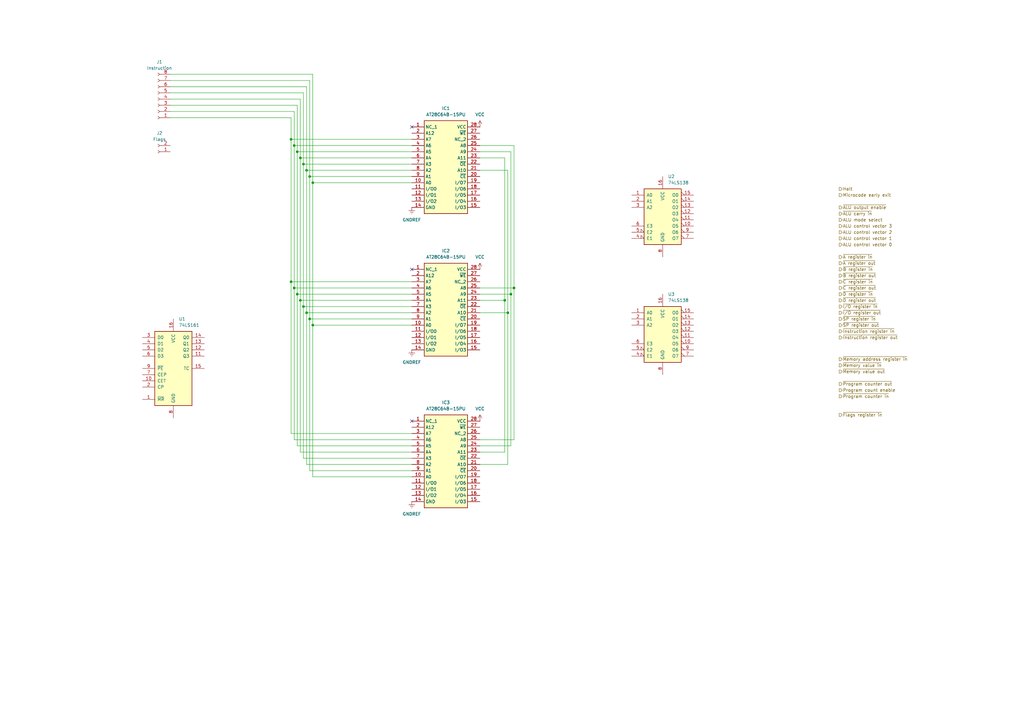
<source format=kicad_sch>
(kicad_sch (version 20231120) (generator "eeschema") (generator_version "8.0")
  (paper "A3")
  (lib_symbols
    (symbol "74xx:74LS138" (pin_names (offset 1.016))
      (property "Reference" "U" (at -7.62 11.43 0))
      (property "Value" "74LS138" (at -7.62 -13.97 0))
      (symbol "74LS138_1_0"
        (pin input line (at -12.7 7.62 0) (length 5.08) (name "A0") (number "1"))
        (pin output output_low (at 12.7 -5.08 180) (length 5.08) (name "O5") (number "10"))
        (pin output output_low (at 12.7 -2.54 180) (length 5.08) (name "O4") (number "11"))
        (pin output output_low (at 12.7 0 180) (length 5.08) (name "O3") (number "12"))
        (pin output output_low (at 12.7 2.54 180) (length 5.08) (name "O2") (number "13"))
        (pin output output_low (at 12.7 5.08 180) (length 5.08) (name "O1") (number "14"))
        (pin output output_low (at 12.7 7.62 180) (length 5.08) (name "O0") (number "15"))
        (pin power_in line (at 0 15.24 270) (length 5.08) (name "VCC") (number "16"))
        (pin input line (at -12.7 5.08 0) (length 5.08) (name "A1") (number "2"))
        (pin input line (at -12.7 2.54 0) (length 5.08) (name "A2") (number "3"))
        (pin input input_low (at -12.7 -10.16 0) (length 5.08) (name "E1") (number "4"))
        (pin input input_low (at -12.7 -7.62 0) (length 5.08) (name "E2") (number "5"))
        (pin input line (at -12.7 -5.08 0) (length 5.08) (name "E3") (number "6"))
        (pin output output_low (at 12.7 -10.16 180) (length 5.08) (name "O7") (number "7"))
        (pin power_in line (at 0 -17.78 90) (length 5.08) (name "GND") (number "8"))
        (pin output output_low (at 12.7 -7.62 180) (length 5.08) (name "O6") (number "9"))
      )
      (symbol "74LS138_1_1"
        (rectangle (start -7.62 10.16) (end 7.62 -12.7) (stroke (width 0.254)) (fill (type background)))
      )
    )
    (symbol "74xx:74LS161" (pin_names (offset 1.016))
      (property "Reference" "U" (at -7.62 16.51 0))
      (property "Value" "74LS161" (at -7.62 -16.51 0))
      (symbol "74LS161_1_0"
        (pin input line (at -12.7 -12.7 0) (length 5.08) (name "~{MR}") (number "1"))
        (pin input line (at -12.7 -5.08 0) (length 5.08) (name "CET") (number "10"))
        (pin output line (at 12.7 5.08 180) (length 5.08) (name "Q3") (number "11"))
        (pin output line (at 12.7 7.62 180) (length 5.08) (name "Q2") (number "12"))
        (pin output line (at 12.7 10.16 180) (length 5.08) (name "Q1") (number "13"))
        (pin output line (at 12.7 12.7 180) (length 5.08) (name "Q0") (number "14"))
        (pin output line (at 12.7 0 180) (length 5.08) (name "TC") (number "15"))
        (pin power_in line (at 0 20.32 270) (length 5.08) (name "VCC") (number "16"))
        (pin input line (at -12.7 -7.62 0) (length 5.08) (name "CP") (number "2"))
        (pin input line (at -12.7 12.7 0) (length 5.08) (name "D0") (number "3"))
        (pin input line (at -12.7 10.16 0) (length 5.08) (name "D1") (number "4"))
        (pin input line (at -12.7 7.62 0) (length 5.08) (name "D2") (number "5"))
        (pin input line (at -12.7 5.08 0) (length 5.08) (name "D3") (number "6"))
        (pin input line (at -12.7 -2.54 0) (length 5.08) (name "CEP") (number "7"))
        (pin power_in line (at 0 -20.32 90) (length 5.08) (name "GND") (number "8"))
        (pin input line (at -12.7 0 0) (length 5.08) (name "~{PE}") (number "9"))
      )
      (symbol "74LS161_1_1"
        (rectangle (start -7.62 15.24) (end 7.62 -15.24) (stroke (width 0.254)) (fill (type background)))
      )
    )
    (symbol "AT28C64B-15PU:AT28C64B-15PU"
      (property "Reference" "IC" (at 24.13 7.62 0))
      (property "Value" "AT28C64B-15PU" (at 24.13 5.08 0))
      (symbol "AT28C64B-15PU_1_1"
        (rectangle (start 5.08 2.54) (end 22.86 -35.56) (stroke (width 0.254)) (fill (type background)))
        (pin passive line (at 0 0 0) (length 5.08) (name "NC_1") (number "1"))
        (pin passive line (at 0 -22.86 0) (length 5.08) (name "A0") (number "10"))
        (pin passive line (at 0 -25.4 0) (length 5.08) (name "I/O0") (number "11"))
        (pin passive line (at 0 -27.94 0) (length 5.08) (name "I/O1") (number "12"))
        (pin passive line (at 0 -30.48 0) (length 5.08) (name "I/O2") (number "13"))
        (pin passive line (at 0 -33.02 0) (length 5.08) (name "GND") (number "14"))
        (pin passive line (at 27.94 -33.02 180) (length 5.08) (name "I/O3") (number "15"))
        (pin passive line (at 27.94 -30.48 180) (length 5.08) (name "I/O4") (number "16"))
        (pin passive line (at 27.94 -27.94 180) (length 5.08) (name "I/O5") (number "17"))
        (pin passive line (at 27.94 -25.4 180) (length 5.08) (name "I/O6") (number "18"))
        (pin passive line (at 27.94 -22.86 180) (length 5.08) (name "I/O7") (number "19"))
        (pin passive line (at 0 -2.54 0) (length 5.08) (name "A12") (number "2"))
        (pin passive line (at 27.94 -20.32 180) (length 5.08) (name "~{CE}") (number "20"))
        (pin passive line (at 27.94 -17.78 180) (length 5.08) (name "A10") (number "21"))
        (pin passive line (at 27.94 -15.24 180) (length 5.08) (name "~{OE}") (number "22"))
        (pin passive line (at 27.94 -12.7 180) (length 5.08) (name "A11") (number "23"))
        (pin passive line (at 27.94 -10.16 180) (length 5.08) (name "A9") (number "24"))
        (pin passive line (at 27.94 -7.62 180) (length 5.08) (name "A8") (number "25"))
        (pin passive line (at 27.94 -5.08 180) (length 5.08) (name "NC_2") (number "26"))
        (pin passive line (at 27.94 -2.54 180) (length 5.08) (name "~{WE}") (number "27"))
        (pin passive line (at 27.94 0 180) (length 5.08) (name "VCC") (number "28"))
        (pin passive line (at 0 -5.08 0) (length 5.08) (name "A7") (number "3"))
        (pin passive line (at 0 -7.62 0) (length 5.08) (name "A6") (number "4"))
        (pin passive line (at 0 -10.16 0) (length 5.08) (name "A5") (number "5"))
        (pin passive line (at 0 -12.7 0) (length 5.08) (name "A4") (number "6"))
        (pin passive line (at 0 -15.24 0) (length 5.08) (name "A3") (number "7"))
        (pin passive line (at 0 -17.78 0) (length 5.08) (name "A2") (number "8"))
        (pin passive line (at 0 -20.32 0) (length 5.08) (name "A1") (number "9"))
      )
    )
    (symbol "Connector:Conn_01x02_Socket" (pin_names (offset 1.016) hide)
      (property "Reference" "J" (at 0 2.54 0))
      (property "Value" "Conn_01x02_Socket" (at 0 -5.08 0))
      (symbol "Conn_01x02_Socket_1_1"
        (arc (start 0 -2.032) (mid -0.5058 -2.54) (end 0 -3.048) (stroke (width 0.1524)))
        (polyline (pts (xy -1.27 -2.54) (xy -0.508 -2.54)) (stroke (width 0.1524)))
        (polyline (pts (xy -1.27 0) (xy -0.508 0)) (stroke (width 0.1524)))
        (arc (start 0 0.508) (mid -0.5058 0) (end 0 -0.508) (stroke (width 0.1524)))
        (pin passive line (at -5.08 0 0) (length 3.81) (name "Pin_1") (number "1"))
        (pin passive line (at -5.08 -2.54 0) (length 3.81) (name "Pin_2") (number "2"))
      )
    )
    (symbol "Connector:Conn_01x08_Socket" (pin_names (offset 1.016) hide)
      (property "Reference" "J" (at 0 10.16 0))
      (property "Value" "Conn_01x08_Socket" (at 0 -12.7 0))
      (symbol "Conn_01x08_Socket_1_1"
        (arc (start 0 -9.652) (mid -0.5058 -10.16) (end 0 -10.668) (stroke (width 0.1524)))
        (arc (start 0 -7.112) (mid -0.5058 -7.62) (end 0 -8.128) (stroke (width 0.1524)))
        (arc (start 0 -4.572) (mid -0.5058 -5.08) (end 0 -5.588) (stroke (width 0.1524)))
        (arc (start 0 -2.032) (mid -0.5058 -2.54) (end 0 -3.048) (stroke (width 0.1524)))
        (polyline (pts (xy -1.27 -10.16) (xy -0.508 -10.16)) (stroke (width 0.1524)))
        (polyline (pts (xy -1.27 -7.62) (xy -0.508 -7.62)) (stroke (width 0.1524)))
        (polyline (pts (xy -1.27 -5.08) (xy -0.508 -5.08)) (stroke (width 0.1524)))
        (polyline (pts (xy -1.27 -2.54) (xy -0.508 -2.54)) (stroke (width 0.1524)))
        (polyline (pts (xy -1.27 0) (xy -0.508 0)) (stroke (width 0.1524)))
        (polyline (pts (xy -1.27 2.54) (xy -0.508 2.54)) (stroke (width 0.1524)))
        (polyline (pts (xy -1.27 5.08) (xy -0.508 5.08)) (stroke (width 0.1524)))
        (polyline (pts (xy -1.27 7.62) (xy -0.508 7.62)) (stroke (width 0.1524)))
        (arc (start 0 0.508) (mid -0.5058 0) (end 0 -0.508) (stroke (width 0.1524)))
        (arc (start 0 3.048) (mid -0.5058 2.54) (end 0 2.032) (stroke (width 0.1524)))
        (arc (start 0 5.588) (mid -0.5058 5.08) (end 0 4.572) (stroke (width 0.1524)))
        (arc (start 0 8.128) (mid -0.5058 7.62) (end 0 7.112) (stroke (width 0.1524)))
        (pin passive line (at -5.08 7.62 0) (length 3.81) (name "Pin_1") (number "1"))
        (pin passive line (at -5.08 5.08 0) (length 3.81) (name "Pin_2") (number "2"))
        (pin passive line (at -5.08 2.54 0) (length 3.81) (name "Pin_3") (number "3"))
        (pin passive line (at -5.08 0 0) (length 3.81) (name "Pin_4") (number "4"))
        (pin passive line (at -5.08 -2.54 0) (length 3.81) (name "Pin_5") (number "5"))
        (pin passive line (at -5.08 -5.08 0) (length 3.81) (name "Pin_6") (number "6"))
        (pin passive line (at -5.08 -7.62 0) (length 3.81) (name "Pin_7") (number "7"))
        (pin passive line (at -5.08 -10.16 0) (length 3.81) (name "Pin_8") (number "8"))
      )
    )
    (symbol "power:GNDREF" (power) (pin_numbers hide) (pin_names (offset 0) hide)
      (property "Value" "GNDREF" (at 0 -3.81 0))
      (symbol "GNDREF_0_1"
        (polyline (pts (xy -0.635 -1.905) (xy 0.635 -1.905)))
        (polyline (pts (xy -0.127 -2.54) (xy 0.127 -2.54)))
        (polyline (pts (xy 0 -1.27) (xy 0 0)))
        (polyline (pts (xy 1.27 -1.27) (xy -1.27 -1.27)))
      )
      (symbol "GNDREF_1_1"
        (pin power_in line (at 0 0 270) (length 0) (name "~") (number "1"))
      )
    )
    (symbol "power:VCC" (power) (pin_numbers hide) (pin_names (offset 0) hide)
      (property "Value" "VCC" (at 0 3.556 0))
      (symbol "VCC_0_1"
        (polyline (pts (xy -0.762 1.27) (xy 0 2.54)))
        (polyline (pts (xy 0 0) (xy 0 2.54)))
        (polyline (pts (xy 0 2.54) (xy 0.762 1.27)))
      )
      (symbol "VCC_1_1"
        (pin power_in line (at 0 0 90) (length 0) (name "~") (number "1"))
      )
    )
  )
  (junction (at 121.92 62.23))
  (junction (at 127 72.39))
  (junction (at 123.19 64.77))
  (junction (at 120.65 59.69))
  (junction (at 124.46 67.31))
  (junction (at 121.92 120.65))
  (junction (at 209.55 120.65))
  (junction (at 120.65 118.11))
  (junction (at 123.19 123.19))
  (junction (at 124.46 125.73))
  (junction (at 119.38 57.15))
  (junction (at 125.73 69.85))
  (junction (at 128.27 74.93))
  (junction (at 207.01 123.19))
  (junction (at 210.82 118.11))
  (junction (at 125.73 128.27))
  (junction (at 127 130.81))
  (junction (at 208.28 128.27))
  (junction (at 119.38 115.57))
  (junction (at 128.27 133.35))
  (no_connect (at 168.91 110.49))
  (no_connect (at 168.91 52.07))
  (no_connect (at 168.91 172.72))
  (wire (pts (xy 168.91 190.5) (xy 125.73 190.5)))
  (wire (pts (xy 125.73 190.5) (xy 125.73 128.27)))
  (wire (pts (xy 196.85 120.65) (xy 209.55 120.65)))
  (wire (pts (xy 196.85 123.19) (xy 207.01 123.19)))
  (wire (pts (xy 196.85 180.34) (xy 210.82 180.34)))
  (wire (pts (xy 207.01 123.19) (xy 207.01 64.77)))
  (wire (pts (xy 127 33.02) (xy 127 72.39)))
  (wire (pts (xy 168.91 123.19) (xy 123.19 123.19)))
  (wire (pts (xy 168.91 133.35) (xy 128.27 133.35)))
  (wire (pts (xy 210.82 118.11) (xy 210.82 180.34)))
  (wire (pts (xy 128.27 74.93) (xy 128.27 133.35)))
  (wire (pts (xy 119.38 177.8) (xy 168.91 177.8)))
  (wire (pts (xy 123.19 64.77) (xy 168.91 64.77)))
  (wire (pts (xy 128.27 30.48) (xy 69.85 30.48)))
  (wire (pts (xy 123.19 123.19) (xy 123.19 185.42)))
  (wire (pts (xy 208.28 69.85) (xy 208.28 128.27)))
  (wire (pts (xy 168.91 185.42) (xy 123.19 185.42)))
  (wire (pts (xy 69.85 33.02) (xy 127 33.02)))
  (wire (pts (xy 196.85 118.11) (xy 210.82 118.11)))
  (wire (pts (xy 69.85 48.26) (xy 119.38 48.26)))
  (wire (pts (xy 125.73 35.56) (xy 69.85 35.56)))
  (wire (pts (xy 124.46 125.73) (xy 124.46 187.96)))
  (wire (pts (xy 127 130.81) (xy 168.91 130.81)))
  (wire (pts (xy 208.28 190.5) (xy 196.85 190.5)))
  (wire (pts (xy 125.73 69.85) (xy 125.73 35.56)))
  (wire (pts (xy 120.65 45.72) (xy 69.85 45.72)))
  (wire (pts (xy 208.28 128.27) (xy 196.85 128.27)))
  (wire (pts (xy 124.46 38.1) (xy 124.46 67.31)))
  (wire (pts (xy 120.65 59.69) (xy 168.91 59.69)))
  (wire (pts (xy 125.73 69.85) (xy 168.91 69.85)))
  (wire (pts (xy 208.28 128.27) (xy 208.28 190.5)))
  (wire (pts (xy 209.55 62.23) (xy 196.85 62.23)))
  (wire (pts (xy 120.65 45.72) (xy 120.65 59.69)))
  (wire (pts (xy 168.91 74.93) (xy 128.27 74.93)))
  (wire (pts (xy 168.91 115.57) (xy 119.38 115.57)))
  (wire (pts (xy 127 130.81) (xy 127 193.04)))
  (wire (pts (xy 123.19 40.64) (xy 123.19 64.77)))
  (wire (pts (xy 124.46 125.73) (xy 168.91 125.73)))
  (wire (pts (xy 69.85 38.1) (xy 124.46 38.1)))
  (wire (pts (xy 127 193.04) (xy 168.91 193.04)))
  (wire (pts (xy 168.91 180.34) (xy 120.65 180.34)))
  (wire (pts (xy 121.92 182.88) (xy 168.91 182.88)))
  (wire (pts (xy 121.92 120.65) (xy 121.92 182.88)))
  (wire (pts (xy 209.55 120.65) (xy 209.55 62.23)))
  (wire (pts (xy 124.46 67.31) (xy 168.91 67.31)))
  (wire (pts (xy 124.46 67.31) (xy 124.46 125.73)))
  (wire (pts (xy 119.38 57.15) (xy 168.91 57.15)))
  (wire (pts (xy 210.82 59.69) (xy 210.82 118.11)))
  (wire (pts (xy 209.55 182.88) (xy 196.85 182.88)))
  (wire (pts (xy 120.65 118.11) (xy 120.65 180.34)))
  (wire (pts (xy 209.55 120.65) (xy 209.55 182.88)))
  (wire (pts (xy 196.85 69.85) (xy 208.28 69.85)))
  (wire (pts (xy 119.38 115.57) (xy 119.38 177.8)))
  (wire (pts (xy 124.46 187.96) (xy 168.91 187.96)))
  (wire (pts (xy 119.38 57.15) (xy 119.38 115.57)))
  (wire (pts (xy 123.19 64.77) (xy 123.19 123.19)))
  (wire (pts (xy 69.85 43.18) (xy 121.92 43.18)))
  (wire (pts (xy 168.91 120.65) (xy 121.92 120.65)))
  (wire (pts (xy 168.91 195.58) (xy 128.27 195.58)))
  (wire (pts (xy 125.73 128.27) (xy 168.91 128.27)))
  (wire (pts (xy 196.85 185.42) (xy 207.01 185.42)))
  (wire (pts (xy 127 72.39) (xy 168.91 72.39)))
  (wire (pts (xy 127 72.39) (xy 127 130.81)))
  (wire (pts (xy 125.73 128.27) (xy 125.73 69.85)))
  (wire (pts (xy 121.92 62.23) (xy 168.91 62.23)))
  (wire (pts (xy 128.27 30.48) (xy 128.27 74.93)))
  (wire (pts (xy 210.82 59.69) (xy 196.85 59.69)))
  (wire (pts (xy 123.19 40.64) (xy 69.85 40.64)))
  (wire (pts (xy 207.01 185.42) (xy 207.01 123.19)))
  (wire (pts (xy 120.65 59.69) (xy 120.65 118.11)))
  (wire (pts (xy 207.01 64.77) (xy 196.85 64.77)))
  (wire (pts (xy 119.38 48.26) (xy 119.38 57.15)))
  (wire (pts (xy 121.92 43.18) (xy 121.92 62.23)))
  (wire (pts (xy 128.27 133.35) (xy 128.27 195.58)))
  (wire (pts (xy 168.91 118.11) (xy 120.65 118.11)))
  (wire (pts (xy 121.92 62.23) (xy 121.92 120.65)))
  (hierarchical_label "~{A register in}" (shape output) (at 344.17 105.41 0))
  (hierarchical_label "~{Program counter out}" (shape output) (at 344.17 157.48 0))
  (hierarchical_label "~{ALU output enable}" (shape output) (at 344.17 85.09 0))
  (hierarchical_label "Microcode early exit" (shape output) (at 344.17 80.01 0))
  (hierarchical_label "~{A register out}" (shape output) (at 344.17 107.95 0))
  (hierarchical_label "ALU control vector 3" (shape output) (at 344.17 92.71 0))
  (hierarchical_label "~{Flags register in}" (shape output) (at 344.17 170.18 0))
  (hierarchical_label "~{Memory value in}" (shape output) (at 344.17 149.86 0))
  (hierarchical_label "~{Program counter in}" (shape output) (at 344.17 162.56 0))
  (hierarchical_label "ALU mode select" (shape output) (at 344.17 90.17 0))
  (hierarchical_label "Program count enable" (shape output) (at 344.17 160.02 0))
  (hierarchical_label "ALU control vector 0" (shape output) (at 344.17 100.33 0))
  (hierarchical_label "~{D register out}" (shape output) (at 344.17 123.19 0))
  (hierarchical_label "~{Instruction register in}" (shape output) (at 344.17 135.89 0))
  (hierarchical_label "~{C register out}" (shape output) (at 344.17 118.11 0))
  (hierarchical_label "~{D register in}" (shape output) (at 344.17 120.65 0))
  (hierarchical_label "~{C register in}" (shape output) (at 344.17 115.57 0))
  (hierarchical_label "ALU control vector 1" (shape output) (at 344.17 97.79 0))
  (hierarchical_label "~{I{slash}O register in}" (shape output) (at 344.17 125.73 0))
  (hierarchical_label "~{B register out}" (shape output) (at 344.17 113.03 0))
  (hierarchical_label "~{SP register in}" (shape output) (at 344.17 130.81 0))
  (hierarchical_label "~{SP register out}" (shape output) (at 344.17 133.35 0))
  (hierarchical_label "~{B register in}" (shape output) (at 344.17 110.49 0))
  (hierarchical_label "Halt" (shape output) (at 344.17 77.47 0))
  (hierarchical_label "~{I{slash}O register out}" (shape output) (at 344.17 128.27 0))
  (hierarchical_label "~{Memory address register in}" (shape output) (at 344.17 147.32 0))
  (hierarchical_label "~{Instruction register out}" (shape output) (at 344.17 138.43 0))
  (hierarchical_label "~{ALU carry in}" (shape output) (at 344.17 87.63 0))
  (hierarchical_label "~{Memory value out}" (shape output) (at 344.17 152.4 0))
  (hierarchical_label "ALU control vector 2" (shape output) (at 344.17 95.25 0))
  (symbol (lib_id "AT28C64B-15PU:AT28C64B-15PU") (at 168.91 110.49 0) (unit 1)
    (property "Reference" "IC2" (at 182.88 102.87 0))
    (property "Value" "AT28C64B-15PU" (at 182.88 105.41 0))
    (property "Footprint" "DIP1556W56P254L3702H483Q28N" (effects (hide yes)))
    (property "Datasheet" "http://www.atmel.com/images/doc0270.pdf" (effects (hide yes)))
    (property "Description" "AT28C64B-15PU, Parallel EEPROM Memory 64kbit, Parallel, 150ns 4.5  5.5 V, 28-Pin PDIP" (effects (hide yes)))
    (property "Height" "4.826" (effects (hide yes)))
    (property "Mouser Part Number" "556-AT28C64B15PU" (effects (hide yes)))
    (property "Mouser Price/Stock" "https://www.mouser.co.uk/ProductDetail/Microchip-Technology/AT28C64B-15PU?qs=2VKgqYuc3OvipbcAuBcLow%3D%3D" (effects (hide yes)))
    (property "Manufacturer_Name" "Microchip" (effects (hide yes)))
    (property "Manufacturer_Part_Number" "AT28C64B-15PU" (effects (hide yes)))
  )
  (symbol (lib_id "74xx:74LS138") (at 271.78 87.63 0) (unit 1)
    (property "Reference" "U2" (at 273.9741 72.39 0) (effects (justify left)))
    (property "Value" "74LS138" (at 273.9741 74.93 0) (effects (justify left)))
    (property "Footprint" "Package_DIP:DIP-16_W7.62mm_Socket_LongPads" (effects (hide yes)))
    (property "Datasheet" "http://www.ti.com/lit/gpn/sn74LS138" (effects (hide yes)))
    (property "Description" "Decoder 3 to 8 active low outputs" (effects (hide yes)))
  )
  (symbol (lib_id "Connector:Conn_01x08_Socket") (at 64.77 40.64 180) (unit 1)
    (property "Reference" "J1" (at 65.405 25.4 0))
    (property "Value" "Instruction" (at 65.405 27.94 0))
    (property "Footprint" "Connector_Molex:Molex_PicoBlade_53048-0810_1x08_P1.25mm_Horizontal" (effects (hide yes)))
    (property "Description" "Generic connector, single row, 01x08, script generated" (effects (hide yes)))
  )
  (symbol (lib_id "power:GNDREF") (at 168.91 143.51 0) (unit 1)
    (property "Reference" "#PWR01" (effects (hide yes)))
    (property "Value" "GNDREF" (at 168.91 148.59 0))
    (property "Description" "Power symbol creates a global label with name \"GNDREF\" , reference supply ground" (effects (hide yes)))
  )
  (symbol (lib_id "AT28C64B-15PU:AT28C64B-15PU") (at 168.91 172.72 0) (unit 1)
    (property "Reference" "IC3" (at 182.88 165.1 0))
    (property "Value" "AT28C64B-15PU" (at 182.88 167.64 0))
    (property "Footprint" "DIP1556W56P254L3702H483Q28N" (effects (hide yes)))
    (property "Datasheet" "http://www.atmel.com/images/doc0270.pdf" (effects (hide yes)))
    (property "Description" "AT28C64B-15PU, Parallel EEPROM Memory 64kbit, Parallel, 150ns 4.5  5.5 V, 28-Pin PDIP" (effects (hide yes)))
    (property "Height" "4.826" (effects (hide yes)))
    (property "Mouser Part Number" "556-AT28C64B15PU" (effects (hide yes)))
    (property "Mouser Price/Stock" "https://www.mouser.co.uk/ProductDetail/Microchip-Technology/AT28C64B-15PU?qs=2VKgqYuc3OvipbcAuBcLow%3D%3D" (effects (hide yes)))
    (property "Manufacturer_Name" "Microchip" (effects (hide yes)))
    (property "Manufacturer_Part_Number" "AT28C64B-15PU" (effects (hide yes)))
  )
  (symbol (lib_id "power:VCC") (at 196.85 52.07 0) (unit 1)
    (property "Reference" "#PWR05" (effects (hide yes)))
    (property "Value" "VCC" (at 196.85 46.99 0))
    (property "Description" "Power symbol creates a global label with name \"VCC\"" (effects (hide yes)))
  )
  (symbol (lib_id "74xx:74LS138") (at 271.78 135.89 0) (unit 1)
    (property "Reference" "U3" (at 273.9741 120.65 0) (effects (justify left)))
    (property "Value" "74LS138" (at 273.9741 123.19 0) (effects (justify left)))
    (property "Footprint" "Package_DIP:DIP-16_W7.62mm_Socket_LongPads" (effects (hide yes)))
    (property "Datasheet" "http://www.ti.com/lit/gpn/sn74LS138" (effects (hide yes)))
    (property "Description" "Decoder 3 to 8 active low outputs" (effects (hide yes)))
  )
  (symbol (lib_id "Connector:Conn_01x02_Socket") (at 64.77 62.23 180) (unit 1)
    (property "Reference" "J2" (at 65.405 54.61 0))
    (property "Value" "Flags" (at 65.405 57.15 0))
    (property "Footprint" "Connector_Molex:Molex_PicoBlade_53048-0210_1x02_P1.25mm_Horizontal" (effects (hide yes)))
    (property "Description" "Generic connector, single row, 01x02, script generated" (effects (hide yes)))
  )
  (symbol (lib_id "74xx:74LS161") (at 71.12 151.13 0) (unit 1)
    (property "Reference" "U1" (at 73.3141 130.81 0) (effects (justify left)))
    (property "Value" "74LS161" (at 73.3141 133.35 0) (effects (justify left)))
    (property "Footprint" "Package_DIP:DIP-16_W7.62mm_Socket_LongPads" (effects (hide yes)))
    (property "Datasheet" "http://www.ti.com/lit/gpn/sn74LS161" (effects (hide yes)))
    (property "Description" "Synchronous 4-bit programmable binary Counter" (effects (hide yes)))
  )
  (symbol (lib_id "power:GNDREF") (at 168.91 205.74 0) (unit 1)
    (property "Reference" "#PWR03" (effects (hide yes)))
    (property "Value" "GNDREF" (at 168.91 210.82 0))
    (property "Description" "Power symbol creates a global label with name \"GNDREF\" , reference supply ground" (effects (hide yes)))
  )
  (symbol (lib_id "power:GNDREF") (at 168.91 85.09 0) (unit 1)
    (property "Reference" "#PWR02" (effects (hide yes)))
    (property "Value" "GNDREF" (at 168.91 90.17 0))
    (property "Description" "Power symbol creates a global label with name \"GNDREF\" , reference supply ground" (effects (hide yes)))
  )
  (symbol (lib_id "AT28C64B-15PU:AT28C64B-15PU") (at 168.91 52.07 0) (unit 1)
    (property "Reference" "IC1" (at 182.88 44.45 0))
    (property "Value" "AT28C64B-15PU" (at 182.88 46.99 0))
    (property "Footprint" "DIP1556W56P254L3702H483Q28N" (effects (hide yes)))
    (property "Datasheet" "http://www.atmel.com/images/doc0270.pdf" (effects (hide yes)))
    (property "Description" "AT28C64B-15PU, Parallel EEPROM Memory 64kbit, Parallel, 150ns 4.5  5.5 V, 28-Pin PDIP" (effects (hide yes)))
    (property "Height" "4.826" (effects (hide yes)))
    (property "Mouser Part Number" "556-AT28C64B15PU" (effects (hide yes)))
    (property "Mouser Price/Stock" "https://www.mouser.co.uk/ProductDetail/Microchip-Technology/AT28C64B-15PU?qs=2VKgqYuc3OvipbcAuBcLow%3D%3D" (effects (hide yes)))
    (property "Manufacturer_Name" "Microchip" (effects (hide yes)))
    (property "Manufacturer_Part_Number" "AT28C64B-15PU" (effects (hide yes)))
  )
  (symbol (lib_id "power:VCC") (at 196.85 172.72 0) (unit 1)
    (property "Reference" "#PWR06" (effects (hide yes)))
    (property "Value" "VCC" (at 196.85 167.64 0))
    (property "Description" "Power symbol creates a global label with name \"VCC\"" (effects (hide yes)))
  )
  (symbol (lib_id "power:VCC") (at 196.85 110.49 0) (unit 1)
    (property "Reference" "#PWR04" (effects (hide yes)))
    (property "Value" "VCC" (at 196.85 105.41 0))
    (property "Description" "Power symbol creates a global label with name \"VCC\"" (effects (hide yes)))
  )
)
</source>
